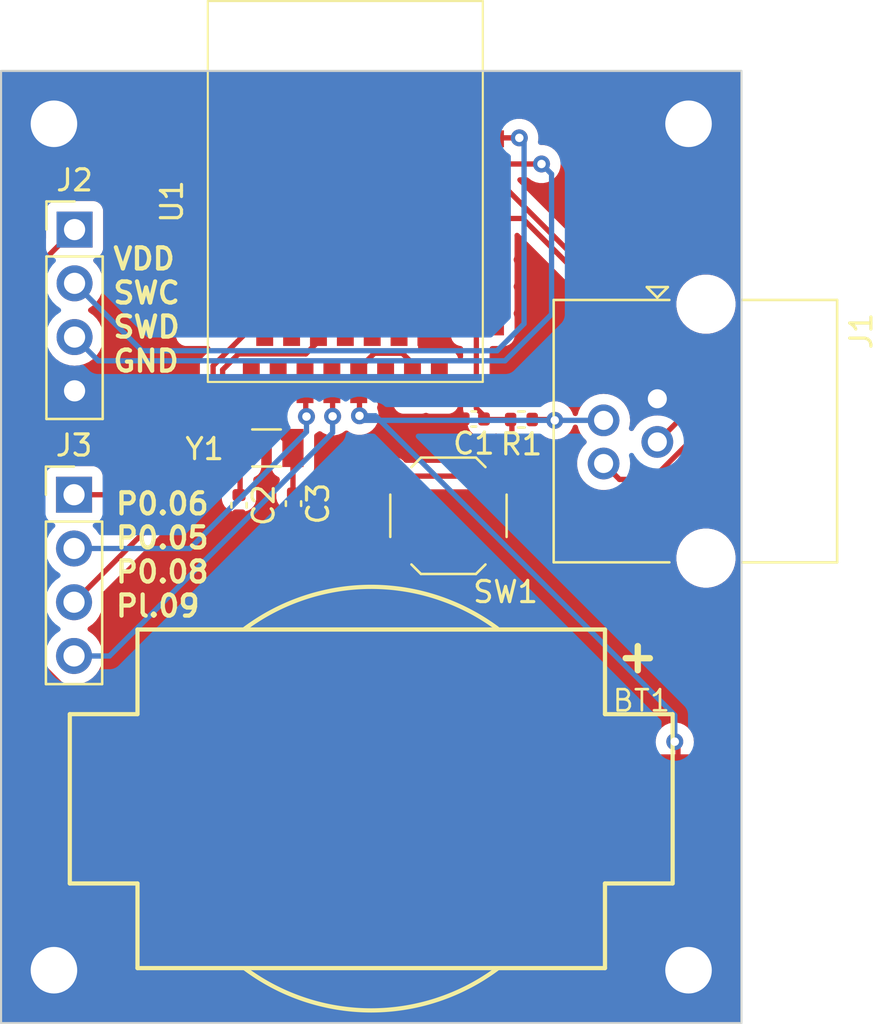
<source format=kicad_pcb>
(kicad_pcb (version 20240108) (generator "pcbnew") (generator_version "8.0")
  (layers (0 "F.Cu" signal) (31 "B.Cu" signal) (34 "B.Paste" user) (35 "F.Paste" user) (36 "B.SilkS" user "B.Silkscreen") (37 "F.SilkS" user "F.Silkscreen") (38 "B.Mask" user) (39 "F.Mask" user) (44 "Edge.Cuts" user))
  (net 0 "")
  (net 1 "GND")
  (net 2 "VDD")
  (net 3 "Net-(U1-XL1)")
  (net 4 "Net-(U1-XL2)")
  (net 13 "/sda_pin")
  (net 18 "/scl_pin")
  (net 24 "/swc_pin")
  (net 28 "/swd_pin")
  (net 30 "/reset_pin")
  (net 37 "/p0.05")
  (net 38 "/p0.08")
  (net 39 "/p0.06")
  (net 40 "/p1.09")
  (footprint "MountingHole:MountingHole_2.2mm_M2_ISO7380_Pad" (layer "F.Cu") (at 157.3 71.55)
    (property "Reference" "H2" (hide yes))
    (property "Value" "MountingHole_Pad" (hide yes))
    (pad "1" thru_hole circle (at 0 0) (size 3.5 3.5) (drill 2.2) (layers "*.Cu" "*.Mask") (net 1 "GND"))
  )
  (footprint "Button_Switch_SMD:SW_Push_1P1T_XKB_TS-1187A" (layer "F.Cu") (at 145.95 90.075 180)
    (property "Reference" "SW1" (at -2.7 -3.6 0) (layer "F.SilkS"))
    (property "Value" "Reset")
    (fp_line (start 2.75 -1) (end 2.75 1) (stroke (width 0.12)) (layer "F.SilkS"))
    (fp_line (start 1.75 2.3) (end 1.3 2.75) (stroke (width 0.12)) (layer "F.SilkS"))
    (fp_line (start 1.75 -2.3) (end 1.3 -2.75) (stroke (width 0.12)) (layer "F.SilkS"))
    (fp_line (start -1.3 2.75) (end 1.3 2.75) (stroke (width 0.12)) (layer "F.SilkS"))
    (fp_line (start -1.3 -2.75) (end 1.3 -2.75) (stroke (width 0.12)) (layer "F.SilkS"))
    (fp_line (start -1.75 2.3) (end -1.3 2.75) (stroke (width 0.12)) (layer "F.SilkS"))
    (fp_line (start -1.75 -2.3) (end -1.3 -2.75) (stroke (width 0.12)) (layer "F.SilkS"))
    (fp_line (start -2.75 -1) (end -2.75 1) (stroke (width 0.12)) (layer "F.SilkS"))
    (pad "1" smd rect (at -3 -1.875 180) (size 1 0.75) (layers "F.Cu" "F.Paste" "F.Mask") (net 1 "GND"))
    (pad "1" smd rect (at 3 -1.875 180) (size 1 0.75) (layers "F.Cu" "F.Paste" "F.Mask") (net 1 "GND"))
    (pad "2" smd rect (at -3 1.875 180) (size 1 0.75) (layers "F.Cu" "F.Paste" "F.Mask") (net 30 "/reset_pin"))
    (pad "2" smd rect (at 3 1.875 180) (size 1 0.75) (layers "F.Cu" "F.Paste" "F.Mask") (net 30 "/reset_pin"))
  )
  (footprint "MountingHole:MountingHole_2.2mm_M2_ISO7380_Pad" (layer "F.Cu") (at 127.3 71.55)
    (property "Reference" "H1" (hide yes))
    (property "Value" "MountingHole_Pad" (hide yes))
    (pad "1" thru_hole circle (at 0 0) (size 3.5 3.5) (drill 2.2) (layers "*.Cu" "*.Mask") (net 1 "GND"))
  )
  (footprint "Capacitor_SMD:C_0402_1005Metric" (layer "F.Cu") (at 138.625 89.5 -90)
    (property "Reference" "C3" (at 0 -1.16 90) (layer "F.SilkS"))
    (property "Value" "12pF")
    (fp_line (start -0.107836 0.36) (end 0.107836 0.36) (stroke (width 0.12)) (layer "F.SilkS"))
    (fp_line (start -0.107836 -0.36) (end 0.107836 -0.36) (stroke (width 0.12)) (layer "F.SilkS"))
    (pad "1" smd roundrect (at -0.48 0 270) (size 0.56 0.62) (layers "F.Cu" "F.Paste" "F.Mask") (net 4 "Net-(U1-XL2)"))
    (pad "2" smd roundrect (at 0.48 0 270) (size 0.56 0.62) (layers "F.Cu" "F.Paste" "F.Mask") (net 1 "GND"))
  )
  (footprint "MountingHole:MountingHole_2.2mm_M2_ISO7380_Pad" (layer "F.Cu") (at 157.3 111.55)
    (property "Reference" "H4" (hide yes))
    (property "Value" "MountingHole_Pad" (hide yes))
    (pad "1" thru_hole circle (at 0 0) (size 3.5 3.5) (drill 2.2) (layers "*.Cu" "*.Mask") (net 1 "GND"))
  )
  (footprint "Tempsys2:E73(2G4M08S1C)" (layer "F.Cu") (at 147.57475 83.75 90)
    (property "Reference" "U1" (at 8.525 -14.7003 90) (layer "F.SilkS"))
    (property "Value" "E73-2G4M08S1CX")
    (fp_line (start 0 -13) (end 18 -13) (stroke (width 0.1)) (layer "F.SilkS"))
    (fp_line (start 18 0) (end 18 -13) (stroke (width 0.1)) (layer "F.SilkS"))
    (fp_line (start 0 0) (end 0 -13) (stroke (width 0.1)) (layer "F.SilkS"))
    (fp_line (start 0 0) (end 18 0) (stroke (width 0.1)) (layer "F.SilkS"))
    (pad "1" smd rect (at 14.03 -13) (size 2 0.8) (layers "F.Cu" "F.Paste" "F.Mask"))
    (pad "2" smd rect (at 12.76 -13) (size 2 0.8) (layers "F.Cu" "F.Paste" "F.Mask"))
    (pad "3" smd rect (at 11.49 -13) (size 2 0.8) (layers "F.Cu" "F.Paste" "F.Mask"))
    (pad "4" smd rect (at 10.22 -13) (size 2 0.8) (layers "F.Cu" "F.Paste" "F.Mask"))
    (pad "5" smd rect (at 8.95 -13) (size 2 0.8) (layers "F.Cu" "F.Paste" "F.Mask") (net 1 "GND"))
    (pad "6" smd rect (at 7.68 -13) (size 2 0.8) (layers "F.Cu" "F.Paste" "F.Mask"))
    (pad "7" smd rect (at 6.41 -13) (size 2 0.8) (layers "F.Cu" "F.Paste" "F.Mask"))
    (pad "8" smd rect (at 5.14 -13) (size 2 0.8) (layers "F.Cu" "F.Paste" "F.Mask"))
    (pad "9" smd rect (at 3.8728 -13.0003) (size 2 0.8) (layers "F.Cu" "F.Paste" "F.Mask"))
    (pad "10" smd rect (at 2.6 -13) (size 2 0.8) (layers "F.Cu" "F.Paste" "F.Mask"))
    (pad "11" smd rect (at 0 -10.945 90) (size 2 0.8) (layers "F.Cu" "F.Paste" "F.Mask") (net 3 "Net-(U1-XL1)"))
    (pad "12" smd rect (at 2.3 -10.30975 90) (size 1.2 0.8) (layers "F.Cu" "F.Paste" "F.Mask"))
    (pad "13" smd rect (at 0 -9.675 90) (size 2 0.8) (layers "F.Cu" "F.Paste" "F.Mask") (net 4 "Net-(U1-XL2)"))
    (pad "14" smd rect (at 2.3 -9.03975 90) (size 1.2 0.8) (layers "F.Cu" "F.Paste" "F.Mask") (net 39 "/p0.06"))
    (pad "15" smd rect (at 0 -8.405 90) (size 2 0.8) (layers "F.Cu" "F.Paste" "F.Mask") (net 37 "/p0.05"))
    (pad "16" smd rect (at 2.3 -7.76975 90) (size 1.2 0.8) (layers "F.Cu" "F.Paste" "F.Mask") (net 38 "/p0.08"))
    (pad "17" smd rect (at 0 -7.135 90) (size 2 0.8) (layers "F.Cu" "F.Paste" "F.Mask") (net 40 "/p1.09"))
    (pad "18" smd rect (at 2.3 -6.49975 90) (size 1.2 0.8) (layers "F.Cu" "F.Paste" "F.Mask"))
    (pad "19" smd rect (at 0 -5.865 90) (size 2 0.8) (layers "F.Cu" "F.Paste" "F.Mask") (net 2 "VDD"))
    (pad "20" smd rect (at 2.3 -5.22975 90) (size 1.2 0.8) (layers "F.Cu" "F.Paste" "F.Mask"))
    (pad "21" smd rect (at 0 -4.595 90) (size 2 0.8) (layers "F.Cu" "F.Paste" "F.Mask") (net 1 "GND"))
    (pad "22" smd rect (at 2.3 -3.95975 90) (size 1.2 0.8) (layers "F.Cu" "F.Paste" "F.Mask"))
    (pad "23" smd rect (at 0 -3.325 90) (size 2 0.8) (layers "F.Cu" "F.Paste" "F.Mask") (net 2 "VDD"))
    (pad "24" smd rect (at 2.3 -2.69 90) (size 1.2 0.8) (layers "F.Cu" "F.Paste" "F.Mask") (net 1 "GND"))
    (pad "25" smd rect (at 0 -2.055 90) (size 2 0.8) (layers "F.Cu" "F.Paste" "F.Mask"))
    (pad "26" smd rect (at 2.6 0 180) (size 2 0.8) (layers "F.Cu" "F.Paste" "F.Mask") (net 30 "/reset_pin"))
    (pad "27" smd rect (at 3.87 0 180) (size 2 0.8) (layers "F.Cu" "F.Paste" "F.Mask"))
    (pad "28" smd rect (at 4.505 -2.3) (size 1.2 0.8) (layers "F.Cu" "F.Paste" "F.Mask"))
    (pad "29" smd rect (at 5.14 0 180) (size 2 0.8) (layers "F.Cu" "F.Paste" "F.Mask"))
    (pad "30" smd rect (at 5.775 -2.3) (size 1.2 0.8) (layers "F.Cu" "F.Paste" "F.Mask"))
    (pad "31" smd rect (at 6.41 0 180) (size 2 0.8) (layers "F.Cu" "F.Paste" "F.Mask"))
    (pad "32" smd rect (at 7.045 -2.3) (size 1.2 0.8) (layers "F.Cu" "F.Paste" "F.Mask"))
    (pad "33" smd rect (at 7.68 0 180) (size 2 0.8) (layers "F.Cu" "F.Paste" "F.Mask") (net 18 "/scl_pin"))
    (pad "34" smd rect (at 8.315 -2.3) (size 1.2 0.8) (layers "F.Cu" "F.Paste" "F.Mask"))
    (pad "35" smd rect (at 8.95 0 180) (size 2 0.8) (layers "F.Cu" "F.Paste" "F.Mask") (net 13 "/sda_pin"))
    (pad "36" smd rect (at 9.585 -2.3) (size 1.2 0.8) (layers "F.Cu" "F.Paste" "F.Mask"))
    (pad "37" smd rect (at 10.22 0 180) (size 2 0.8) (layers "F.Cu" "F.Paste" "F.Mask") (net 28 "/swd_pin"))
    (pad "38" smd rect (at 10.855 -2.3) (size 1.2 0.8) (layers "F.Cu" "F.Paste" "F.Mask"))
    (pad "39" smd rect (at 11.49 0 180) (size 2 0.8) (layers "F.Cu" "F.Paste" "F.Mask") (net 24 "/swc_pin"))
    (pad "40" smd rect (at 12.125 -2.3) (size 1.2 0.8) (layers "F.Cu" "F.Paste" "F.Mask"))
    (pad "41" smd rect (at 12.7572 0.0003 180) (size 2 0.8) (layers "F.Cu" "F.Paste" "F.Mask"))
    (pad "42" smd rect (at 13.39 -2.3) (size 1.2 0.8) (layers "F.Cu" "F.Paste" "F.Mask"))
    (pad "43" smd rect (at 14.03 0 180) (size 2 0.8) (layers "F.Cu" "F.Paste" "F.Mask"))
  )
  (footprint "Capacitor_SMD:C_0402_1005Metric" (layer "F.Cu") (at 136.05 89.575 -90)
    (property "Reference" "C2" (at 0 -1.16 90) (layer "F.SilkS"))
    (property "Value" "12pF")
    (fp_line (start -0.107836 0.36) (end 0.107836 0.36) (stroke (width 0.12)) (layer "F.SilkS"))
    (fp_line (start -0.107836 -0.36) (end 0.107836 -0.36) (stroke (width 0.12)) (layer "F.SilkS"))
    (pad "1" smd roundrect (at -0.48 0 270) (size 0.56 0.62) (layers "F.Cu" "F.Paste" "F.Mask") (net 3 "Net-(U1-XL1)"))
    (pad "2" smd roundrect (at 0.48 0 270) (size 0.56 0.62) (layers "F.Cu" "F.Paste" "F.Mask") (net 1 "GND"))
  )
  (footprint "Capacitor_SMD:C_0402_1005Metric" (layer "F.Cu") (at 147.15 85.5 180)
    (property "Reference" "C1" (at 0 -1.16 0) (layer "F.SilkS"))
    (property "Value" "100nF")
    (fp_line (start -0.107836 0.36) (end 0.107836 0.36) (stroke (width 0.12)) (layer "F.SilkS"))
    (fp_line (start -0.107836 -0.36) (end 0.107836 -0.36) (stroke (width 0.12)) (layer "F.SilkS"))
    (pad "1" smd roundrect (at -0.48 0 180) (size 0.56 0.62) (layers "F.Cu" "F.Paste" "F.Mask") (net 30 "/reset_pin"))
    (pad "2" smd roundrect (at 0.48 0 180) (size 0.56 0.62) (layers "F.Cu" "F.Paste" "F.Mask") (net 1 "GND"))
  )
  (footprint "Resistor_SMD:R_0402_1005Metric" (layer "F.Cu") (at 149.4 85.525 180)
    (property "Reference" "R1" (at 0 -1.17 0) (layer "F.SilkS"))
    (property "Value" "10k")
    (fp_line (start -0.153641 0.38) (end 0.153641 0.38) (stroke (width 0.12)) (layer "F.SilkS"))
    (fp_line (start -0.153641 -0.38) (end 0.153641 -0.38) (stroke (width 0.12)) (layer "F.SilkS"))
    (pad "1" smd roundrect (at -0.51 0 180) (size 0.54 0.64) (layers "F.Cu" "F.Paste" "F.Mask") (net 2 "VDD"))
    (pad "2" smd roundrect (at 0.51 0 180) (size 0.54 0.64) (layers "F.Cu" "F.Paste" "F.Mask") (net 30 "/reset_pin"))
  )
  (footprint "Tempsys:CR2032-BS-6-1" (layer "F.Cu") (at 142.3 103.45)
    (property "Reference" "BT1" (at 12.77 -4.638 0) (layer "F.SilkS") (effects (font (thickness 0.125))))
    (property "Value" "Battery_Cell")
    (fp_line (start -14.25 -4) (end -14.25 4) (stroke (width 0.2)) (layer "F.SilkS"))
    (fp_line (start -14.25 4) (end -11.05 4) (stroke (width 0.2)) (layer "F.SilkS"))
    (fp_line (start -11.05 -8) (end 11.05 -8) (stroke (width 0.2)) (layer "F.SilkS"))
    (fp_line (start -11.05 -4) (end -14.25 -4) (stroke (width 0.2)) (layer "F.SilkS"))
    (fp_line (start -11.05 -4) (end -11.05 -8) (stroke (width 0.2)) (layer "F.SilkS"))
    (fp_line (start -11.05 8) (end -11.05 4) (stroke (width 0.2)) (layer "F.SilkS"))
    (fp_line (start -11.05 8) (end 11.05 8) (stroke (width 0.2)) (layer "F.SilkS"))
    (fp_line (start 11.05 -4) (end 11.05 -8) (stroke (width 0.2)) (layer "F.SilkS"))
    (fp_line (start 11.05 4) (end 14.25 4) (stroke (width 0.2)) (layer "F.SilkS"))
    (fp_line (start 11.05 8) (end 11.05 4) (stroke (width 0.2)) (layer "F.SilkS"))
    (fp_line (start 14.25 -4) (end 11.05 -4) (stroke (width 0.2)) (layer "F.SilkS"))
    (fp_line (start 14.25 -4) (end 14.25 4) (stroke (width 0.2)) (layer "F.SilkS"))
    (fp_arc (start -5.972259 -8.041429) (mid -0.008875 -10.016605) (end 5.958 -8.052) (stroke (width 0.2)) (layer "F.SilkS"))
    (fp_arc (start 5.950433 8.036114) (mid -0.005493 9.999338) (end -5.959259 8.029571) (stroke (width 0.2)) (layer "F.SilkS"))
    (pad "1" smd rect (at 14.5 0) (size 3 4.2) (layers "F.Cu" "F.Paste" "F.Mask") (net 2 "VDD"))
    (pad "2" smd rect (at -14.5 0) (size 3 4.2) (layers "F.Cu" "F.Paste" "F.Mask") (net 1 "GND"))
  )
  (footprint "Connector_PinHeader_2.54mm:PinHeader_1x04_P2.54mm_Vertical" (layer "F.Cu") (at 128.25 89.08)
    (property "Reference" "J3" (at 0 -2.33 0) (layer "F.SilkS"))
    (property "Value" "gpio")
    (fp_line (start -1.33 -1.33) (end 0 -1.33) (stroke (width 0.12)) (layer "F.SilkS"))
    (fp_line (start -1.33 0) (end -1.33 -1.33) (stroke (width 0.12)) (layer "F.SilkS"))
    (fp_line (start -1.33 1.27) (end -1.33 8.95) (stroke (width 0.12)) (layer "F.SilkS"))
    (fp_line (start -1.33 1.27) (end 1.33 1.27) (stroke (width 0.12)) (layer "F.SilkS"))
    (fp_line (start -1.33 8.95) (end 1.33 8.95) (stroke (width 0.12)) (layer "F.SilkS"))
    (fp_line (start 1.33 1.27) (end 1.33 8.95) (stroke (width 0.12)) (layer "F.SilkS"))
    (pad "1" thru_hole rect (at 0 0) (size 1.7 1.7) (drill 1) (layers "*.Cu" "*.Mask") (net 39 "/p0.06"))
    (pad "2" thru_hole oval (at 0 2.54) (size 1.7 1.7) (drill 1) (layers "*.Cu" "*.Mask") (net 37 "/p0.05"))
    (pad "3" thru_hole oval (at 0 5.08) (size 1.7 1.7) (drill 1) (layers "*.Cu" "*.Mask") (net 38 "/p0.08"))
    (pad "4" thru_hole oval (at 0 7.62) (size 1.7 1.7) (drill 1) (layers "*.Cu" "*.Mask") (net 40 "/p1.09"))
  )
  (footprint "MountingHole:MountingHole_2.2mm_M2_ISO7380_Pad" (layer "F.Cu") (at 127.3 111.55)
    (property "Reference" "H3" (hide yes))
    (property "Value" "MountingHole_Pad" (hide yes))
    (pad "1" thru_hole circle (at 0 0) (size 3.5 3.5) (drill 2.2) (layers "*.Cu" "*.Mask") (net 1 "GND"))
  )
  (footprint "Crystal:Crystal_SMD_3215-2Pin_3.2x1.5mm" (layer "F.Cu") (at 137.35 86.87 180)
    (property "Reference" "Y1" (at 2.925 -0.05 0) (layer "F.SilkS"))
    (property "Value" "Crystal")
    (fp_line (start -0.675 0.875) (end 0.675 0.875) (stroke (width 0.12)) (layer "F.SilkS"))
    (fp_line (start -0.675 -0.875) (end 0.675 -0.875) (stroke (width 0.12)) (layer "F.SilkS"))
    (pad "1" smd rect (at 1.25 0 180) (size 1 1.8) (layers "F.Cu" "F.Paste" "F.Mask") (net 3 "Net-(U1-XL1)"))
    (pad "2" smd rect (at -1.25 0 180) (size 1 1.8) (layers "F.Cu" "F.Paste" "F.Mask") (net 4 "Net-(U1-XL2)"))
  )
  (footprint "Connector_RJ:RJ14_Connfly_DS1133-S4_Horizontal" (layer "F.Cu") (at 155.825 84.545 -90)
    (property "Reference" "J1" (at -3.2 -9.64 90) (layer "F.SilkS"))
    (property "Value" "6P4C")
    (fp_line (start -4.67 4.9) (end -4.67 -0.57) (stroke (width 0.12)) (layer "F.SilkS"))
    (fp_line (start 7.73 4.9) (end -4.67 4.9) (stroke (width 0.12)) (layer "F.SilkS"))
    (fp_line (start -5.28 0.5) (end -5.28 -0.5) (stroke (width 0.12)) (layer "F.SilkS"))
    (fp_line (start -4.78 0) (end -5.28 0.5) (stroke (width 0.12)) (layer "F.SilkS"))
    (fp_line (start -5.28 -0.5) (end -4.78 0) (stroke (width 0.12)) (layer "F.SilkS"))
    (fp_line (start 7.73 -0.57) (end 7.73 4.9) (stroke (width 0.12)) (layer "F.SilkS"))
    (fp_line (start -4.67 -8.5) (end -4.67 -4.03) (stroke (width 0.12)) (layer "F.SilkS"))
    (fp_line (start -4.67 -8.5) (end 7.73 -8.5) (stroke (width 0.12)) (layer "F.SilkS"))
    (fp_line (start 7.73 -8.5) (end 7.73 -4.03) (stroke (width 0.12)) (layer "F.SilkS"))
    (pad "" np_thru_hole circle (at -4.47 -2.3 90) (size 2.3 2.3) (drill 2.3) (layers "*.Cu" "*.Mask"))
    (pad "" np_thru_hole circle (at 7.53 -2.3 90) (size 2.3 2.3) (drill 2.3) (layers "*.Cu" "*.Mask"))
    (pad "1" thru_hole rect (at 0 0 90) (size 1.5 1.5) (drill 0.9) (layers "*.Cu" "*.Mask") (net 1 "GND"))
    (pad "2" thru_hole circle (at 1.02 2.54 90) (size 1.5 1.5) (drill 0.9) (layers "*.Cu" "*.Mask") (net 2 "VDD"))
    (pad "3" thru_hole circle (at 2.04 0 90) (size 1.5 1.5) (drill 0.9) (layers "*.Cu" "*.Mask") (net 18 "/scl_pin"))
    (pad "4" thru_hole circle (at 3.06 2.54 90) (size 1.5 1.5) (drill 0.9) (layers "*.Cu" "*.Mask") (net 13 "/sda_pin"))
  )
  (footprint "Connector_PinHeader_2.54mm:PinHeader_1x04_P2.54mm_Vertical" (layer "F.Cu") (at 128.275 76.55)
    (property "Reference" "J2" (at 0 -2.33 0) (layer "F.SilkS"))
    (property "Value" "prog")
    (fp_line (start -1.33 -1.33) (end 0 -1.33) (stroke (width 0.12)) (layer "F.SilkS"))
    (fp_line (start -1.33 0) (end -1.33 -1.33) (stroke (width 0.12)) (layer "F.SilkS"))
    (fp_line (start -1.33 1.27) (end -1.33 8.95) (stroke (width 0.12)) (layer "F.SilkS"))
    (fp_line (start -1.33 1.27) (end 1.33 1.27) (stroke (width 0.12)) (layer "F.SilkS"))
    (fp_line (start -1.33 8.95) (end 1.33 8.95) (stroke (width 0.12)) (layer "F.SilkS"))
    (fp_line (start 1.33 1.27) (end 1.33 8.95) (stroke (width 0.12)) (layer "F.SilkS"))
    (pad "1" thru_hole rect (at 0 0) (size 1.7 1.7) (drill 1) (layers "*.Cu" "*.Mask") (net 2 "VDD"))
    (pad "2" thru_hole oval (at 0 2.54) (size 1.7 1.7) (drill 1) (layers "*.Cu" "*.Mask") (net 24 "/swc_pin"))
    (pad "3" thru_hole oval (at 0 5.08) (size 1.7 1.7) (drill 1) (layers "*.Cu" "*.Mask") (net 28 "/swd_pin"))
    (pad "4" thru_hole oval (at 0 7.62) (size 1.7 1.7) (drill 1) (layers "*.Cu" "*.Mask") (net 1 "GND"))
  )
  (gr_rect (start 124.8 69.05) (end 159.8 114.05) (stroke (width 0.1)) (fill none) (layer "Edge.Cuts"))
  (gr_text "P0.06\nP0.05\nP0.08\nPl.09" (at 130.125 94.925 0) (layer "F.SilkS") (effects (font (size 1 1) (thickness 0.2) (bold yes)) (justify left bottom)))
  (gr_text "VDD\nSWC\nSWD\nGND" (at 130 83.35 0) (layer "F.SilkS") (effects (font (size 1 1) (thickness 0.2) (bold yes)) (justify left bottom)))
  (gr_text "+" (at 153.775 97.575 0) (layer "F.SilkS") (effects (font (size 1.5 1.5) (thickness 0.3) (bold yes)) (justify left bottom)))
  (segment (start 126.225 96.65) (end 133.025 103.45) (width 0.25) (layer "F.Cu") (net 2))
  (segment (start 142.4505 82.3937) (end 143.7687 82.3937) (width 0.25) (layer "F.Cu") (net 2))
  (segment (start 149.91 85.525) (end 150.935 85.525) (width 0.25) (layer "F.Cu") (net 2))
  (segment (start 141.7445 85.35) (end 141.7445 83.0997) (width 0.25) (layer "F.Cu") (net 2))
  (segment (start 126.225 78.6) (end 126.225 96.65) (width 0.25) (layer "F.Cu") (net 2))
  (segment (start 141.7445 83.0997) (end 142.4505 82.3937) (width 0.25) (layer "F.Cu") (net 2))
  (segment (start 144.2845 82.9095) (end 144.2845 83.3664) (width 0.25) (layer "F.Cu") (net 2))
  (segment (start 143.7687 82.3937) (end 144.2845 82.9095) (width 0.25) (layer "F.Cu") (net 2))
  (segment (start 150.935 85.525) (end 150.975 85.565) (width 0.25) (layer "F.Cu") (net 2))
  (segment (start 156.65 100.75) (end 156.8 100.9) (width 0.25) (layer "F.Cu") (net 2))
  (segment (start 156.8 100.9) (end 156.8 103.45) (width 0.25) (layer "F.Cu") (net 2))
  (segment (start 133.025 103.45) (end 156.8 103.45) (width 0.25) (layer "F.Cu") (net 2))
  (segment (start 128.275 76.55) (end 126.225 78.6) (width 0.25) (layer "F.Cu") (net 2))
  (via (at 141.7445 85.35) (size 0.8) (drill 0.4) (layers "F.Cu" "B.Cu") (net 2))
  (via (at 150.975 85.565) (size 0.8) (drill 0.4) (layers "F.Cu" "B.Cu") (net 2))
  (via (at 156.65 100.75) (size 0.8) (drill 0.4) (layers "F.Cu" "B.Cu") (net 2))
  (segment (start 142.5 85.35) (end 156.65 99.5) (width 0.25) (layer "B.Cu") (net 2))
  (segment (start 141.7445 85.35) (end 141.9595 85.565) (width 0.25) (layer "B.Cu") (net 2))
  (segment (start 153.285 85.565) (end 150.975 85.565) (width 0.25) (layer "B.Cu") (net 2))
  (segment (start 141.7445 85.35) (end 142.5 85.35) (width 0.25) (layer "B.Cu") (net 2))
  (segment (start 141.9595 85.565) (end 150.975 85.565) (width 0.25) (layer "B.Cu") (net 2))
  (segment (start 156.65 99.5) (end 156.65 100.75) (width 0.25) (layer "B.Cu") (net 2))
  (segment (start 136.1 86.87) (end 136.1 89.045) (width 0.25) (layer "F.Cu") (net 3))
  (segment (start 136.1 89.045) (end 136.05 89.095) (width 0.25) (layer "F.Cu") (net 3))
  (segment (start 136.62975 86.34025) (end 136.1 86.87) (width 0.25) (layer "F.Cu") (net 3))
  (segment (start 136.62975 83.75) (end 136.62975 86.34025) (width 0.25) (layer "F.Cu") (net 3))
  (segment (start 138.6 88.995) (end 138.625 89.02) (width 0.25) (layer "F.Cu") (net 4))
  (segment (start 138.6 86.87) (end 138.6 88.995) (width 0.25) (layer "F.Cu") (net 4))
  (segment (start 137.89975 83.75) (end 137.89975 86.16975) (width 0.25) (layer "F.Cu") (net 4))
  (segment (start 137.89975 86.16975) (end 138.6 86.87) (width 0.25) (layer "F.Cu") (net 4))
  (segment (start 157.35 83.283604) (end 157.35 86.58028) (width 0.25) (layer "F.Cu") (net 13))
  (segment (start 157.35 86.58028) (end 155.57528 88.355) (width 0.25) (layer "F.Cu") (net 13))
  (segment (start 148.821396 74.755) (end 157.35 83.283604) (width 0.25) (layer "F.Cu") (net 13))
  (segment (start 147.269 74.755) (end 148.821396 74.755) (width 0.25) (layer "F.Cu") (net 13))
  (segment (start 155.57528 88.355) (end 154.035 88.355) (width 0.25) (layer "F.Cu") (net 13))
  (segment (start 154.035 88.355) (end 153.285 87.605) (width 0.25) (layer "F.Cu") (net 13))
  (segment (start 149.455 76.025) (end 156.9 83.47) (width 0.25) (layer "F.Cu") (net 18))
  (segment (start 147.269 76.025) (end 149.455 76.025) (width 0.25) (layer "F.Cu") (net 18))
  (segment (start 156.9 85.51) (end 155.825 86.585) (width 0.25) (layer "F.Cu") (net 18))
  (segment (start 156.9 83.47) (end 156.9 85.51) (width 0.25) (layer "F.Cu") (net 18))
  (segment (start 149.3 72.215) (end 147.269 72.215) (width 0.25) (layer "F.Cu") (net 24))
  (via (at 149.3 72.215) (size 0.8) (drill 0.4) (layers "F.Cu" "B.Cu") (net 24))
  (segment (start 149.3 72.215) (end 149.525 72.44) (width 0.25) (layer "B.Cu") (net 24))
  (segment (start 149.525 81) (end 148.25 82.275) (width 0.25) (layer "B.Cu") (net 24))
  (segment (start 149.525 72.44) (end 149.525 81) (width 0.25) (layer "B.Cu") (net 24))
  (segment (start 131.46 82.275) (end 128.275 79.09) (width 0.25) (layer "B.Cu") (net 24))
  (segment (start 148.25 82.275) (end 131.46 82.275) (width 0.25) (layer "B.Cu") (net 24))
  (segment (start 147.6777 73.485) (end 147.269 73.485) (width 0.25) (layer "F.Cu") (net 28))
  (segment (start 150.35 73.45) (end 147.7127 73.45) (width 0.25) (layer "F.Cu") (net 28))
  (segment (start 147.7127 73.45) (end 147.6777 73.485) (width 0.25) (layer "F.Cu") (net 28))
  (via (at 150.35 73.45) (size 0.8) (drill 0.4) (layers "F.Cu" "B.Cu") (net 28))
  (segment (start 148.625 82.75) (end 129.395 82.75) (width 0.25) (layer "B.Cu") (net 28))
  (segment (start 129.395 82.75) (end 128.275 81.63) (width 0.25) (layer "B.Cu") (net 28))
  (segment (start 150.825 73.925) (end 150.825 80.55) (width 0.25) (layer "B.Cu") (net 28))
  (segment (start 150.35 73.45) (end 150.825 73.925) (width 0.25) (layer "B.Cu") (net 28))
  (segment (start 150.825 80.55) (end 148.625 82.75) (width 0.25) (layer "B.Cu") (net 28))
  (segment (start 148.95 88.2) (end 148.95 85.585) (width 0.25) (layer "F.Cu") (net 30))
  (segment (start 147.269 84.994) (end 147.269 81.105) (width 0.25) (layer "F.Cu") (net 30))
  (segment (start 148.89 85.525) (end 147.655 85.525) (width 0.25) (layer "F.Cu") (net 30))
  (segment (start 148.95 85.585) (end 148.89 85.525) (width 0.25) (layer "F.Cu") (net 30))
  (segment (start 147.63 85.355) (end 147.269 84.994) (width 0.25) (layer "F.Cu") (net 30))
  (segment (start 142.95 88.2) (end 148.95 88.2) (width 0.25) (layer "F.Cu") (net 30))
  (segment (start 147.63 85.5) (end 147.63 85.355) (width 0.25) (layer "F.Cu") (net 30))
  (segment (start 147.655 85.525) (end 147.63 85.5) (width 0.25) (layer "F.Cu") (net 30))
  (segment (start 139.238973 85.386315) (end 139.2045 85.351842) (width 0.25) (layer "F.Cu") (net 37))
  (segment (start 139.2045 85.351842) (end 139.2045 83.3664) (width 0.25) (layer "F.Cu") (net 37))
  (via (at 139.238973 85.386315) (size 0.8) (drill 0.4) (layers "F.Cu" "B.Cu") (net 37))
  (segment (start 139.238973 85.386315) (end 139.238973 86.111027) (width 0.25) (layer "B.Cu") (net 37))
  (segment (start 139.238973 86.111027) (end 133.73 91.62) (width 0.25) (layer "B.Cu") (net 37))
  (segment (start 133.73 91.62) (end 128.25 91.62) (width 0.25) (layer "B.Cu") (net 37))
  (segment (start 136.025 82.425) (end 135.275 83.175) (width 0.25) (layer "F.Cu") (net 38))
  (segment (start 139.805 81.83) (end 139.21 82.425) (width 0.25) (layer "F.Cu") (net 38))
  (segment (start 135.275 87.135) (end 128.25 94.16) (width 0.25) (layer "F.Cu") (net 38))
  (segment (start 135.275 83.175) (end 135.275 87.135) (width 0.25) (layer "F.Cu") (net 38))
  (segment (start 139.805 81.45) (end 139.805 81.83) (width 0.25) (layer "F.Cu") (net 38))
  (segment (start 139.21 82.425) (end 136.025 82.425) (width 0.25) (layer "F.Cu") (net 38))
  (segment (start 128.25 89.08) (end 132.693604 89.08) (width 0.25) (layer "F.Cu") (net 39))
  (segment (start 138.5695 81.4122) (end 138.5695 81.605) (width 0.25) (layer "F.Cu") (net 39))
  (segment (start 136.54 80.525) (end 137.81 80.525) (width 0.25) (layer "F.Cu") (net 39))
  (segment (start 136.225 80.84) (end 136.54 80.525) (width 0.25) (layer "F.Cu") (net 39))
  (segment (start 138.535 81.25) (end 138.535 81.45) (width 0.25) (layer "F.Cu") (net 39))
  (segment (start 134.825 86.948604) (end 134.825 82.988604) (width 0.25) (layer "F.Cu") (net 39))
  (segment (start 136.225 81.588604) (end 136.225 80.84) (width 0.25) (layer "F.Cu") (net 39))
  (segment (start 134.825 82.988604) (end 136.225 81.588604) (width 0.25) (layer "F.Cu") (net 39))
  (segment (start 132.693604 89.08) (end 134.825 86.948604) (width 0.25) (layer "F.Cu") (net 39))
  (segment (start 137.81 80.525) (end 138.535 81.25) (width 0.25) (layer "F.Cu") (net 39))
  (segment (start 140.4745 85.375) (end 140.4745 83.3664) (width 0.25) (layer "F.Cu") (net 40))
  (via (at 140.4745 85.375) (size 0.8) (drill 0.4) (layers "F.Cu" "B.Cu") (net 40))
  (segment (start 140.4745 86.1505) (end 129.925 96.7) (width 0.25) (layer "B.Cu") (net 40))
  (segment (start 140.4745 85.375) (end 140.4745 86.1505) (width 0.25) (layer "B.Cu") (net 40))
  (segment (start 129.925 96.7) (end 128.25 96.7) (width 0.25) (layer "B.Cu") (net 40))
  (zone (net 1) (net_name "GND") (layers "F&B.Cu") (connect_pads yes (clearance 0.5)) (min_thickness 0.25) (fill yes (thermal_gap 0.5) (thermal_bridge_width 0.5))
    (polygon (pts (xy 124.75 69) (xy 124.75 114.1) (xy 159.85 114.1) (xy 159.85 69)))
  )
)
</source>
